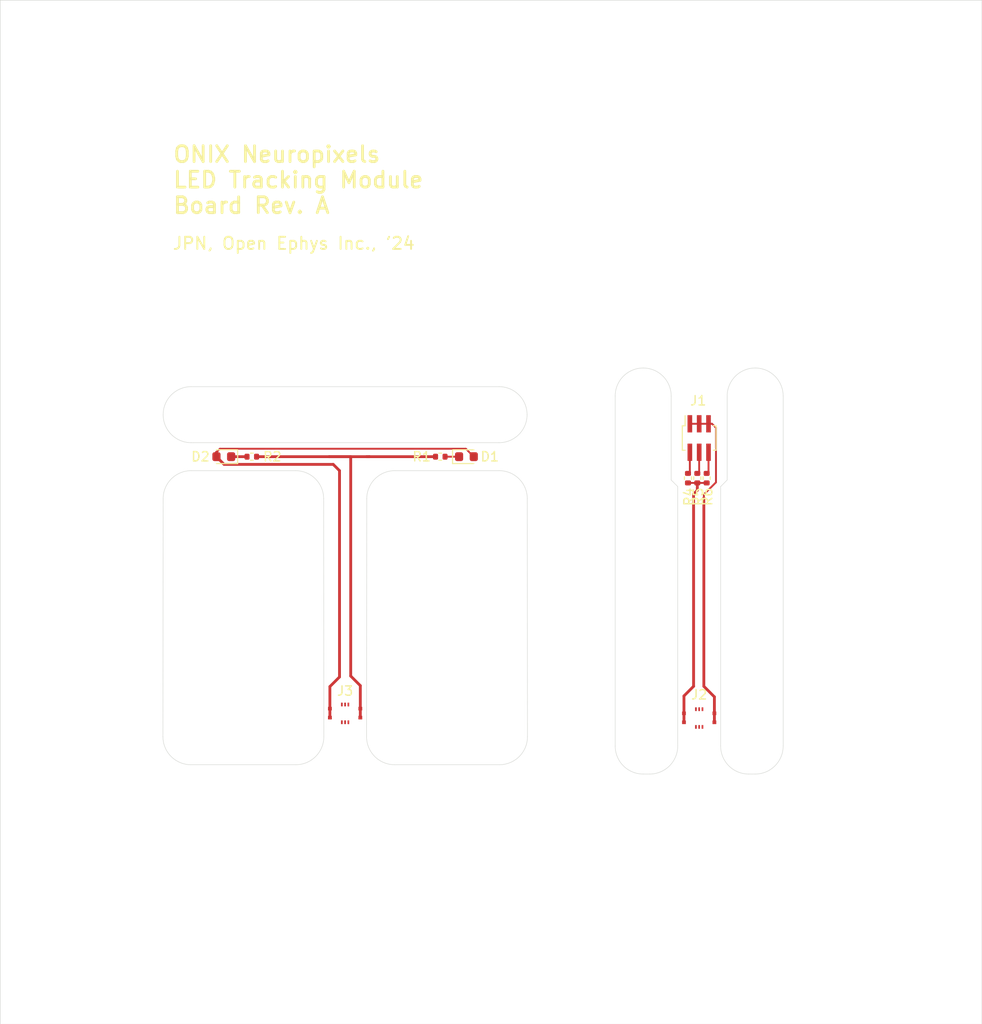
<source format=kicad_pcb>
(kicad_pcb (version 20240108) (generator "pcbnew") (generator_version "8.0")
  (title_block (title "ONIX Neuropixels LED Tracking Module") (rev "A") (company "Open Ephys, Inc") (comment 1 "Jonathan P. Newman"))
  (layers (0 "F.Cu" signal) (31 "B.Cu" signal) (34 "B.Paste" user) (35 "F.Paste" user) (36 "B.SilkS" user "B.Silkscreen") (37 "F.SilkS" user "F.Silkscreen") (38 "B.Mask" user) (39 "F.Mask" user) (44 "Edge.Cuts" user))
  (net 0 "")
  (net 1 "+4V")
  (net 2 "Net-(D1-K)")
  (net 3 "Net-(D2-K)")
  (net 4 "GND")
  (net 5 "/SDA")
  (net 6 "/SCL")
  (net 7 "Net-(J1-Pin_6)")
  (net 8 "Net-(J1-Pin_2)")
  (net 9 "Net-(J1-Pin_4)")
  (footprint "Connector_PinSocket_1.00mm:PinSocket_2x03_P1.00mm_Vertical_SMD" (layer "F.Cu") (at 170.91066 87.65 90)
    (property "Reference" "J1" (at 4 -0.1 0) (layer "F.SilkS"))
    (property "Value" "Conn_02x03_Odd_Even" (hide yes))
    (fp_line (start 1.31 -1.81) (end 1.31 -1.51) (stroke (width 0.12)) (layer "F.SilkS"))
    (fp_line (start -1.31 -1.81) (end 1.31 -1.81) (stroke (width 0.12)) (layer "F.SilkS"))
    (fp_line (start -1.31 -1.81) (end -1.31 -1.51) (stroke (width 0.12)) (layer "F.SilkS"))
    (fp_line (start 1.31 -1.51) (end 2.39 -1.51) (stroke (width 0.12)) (layer "F.SilkS"))
    (fp_line (start 1.31 1.51) (end 1.31 1.81) (stroke (width 0.12)) (layer "F.SilkS"))
    (fp_line (start -1.31 1.51) (end -1.31 1.81) (stroke (width 0.12)) (layer "F.SilkS"))
    (fp_line (start -1.31 1.81) (end 1.31 1.81) (stroke (width 0.12)) (layer "F.SilkS"))
    (pad "1" smd rect (at 1.525 -1 90) (size 1.85 0.5) (layers "F.Cu" "F.Paste" "F.Mask") (net 4 "GND"))
    (pad "2" smd rect (at -1.525 -1 90) (size 1.85 0.5) (layers "F.Cu" "F.Paste" "F.Mask") (net 8 "Net-(J1-Pin_2)"))
    (pad "3" smd rect (at 1.525 0 90) (size 1.85 0.5) (layers "F.Cu" "F.Paste" "F.Mask") (net 4 "GND"))
    (pad "4" smd rect (at -1.525 0 90) (size 1.85 0.5) (layers "F.Cu" "F.Paste" "F.Mask") (net 9 "Net-(J1-Pin_4)"))
    (pad "5" smd rect (at 1.525 1 90) (size 1.85 0.5) (layers "F.Cu" "F.Paste" "F.Mask") (net 4 "GND"))
    (pad "6" smd rect (at -1.525 1 90) (size 1.85 0.5) (layers "F.Cu" "F.Paste" "F.Mask") (net 7 "Net-(J1-Pin_6)"))
  )
  (footprint "Resistor_SMD:R_0402_1005Metric" (layer "F.Cu") (at 169.71066 91.95 -90)
    (property "Reference" "R4" (at 2 -0.1 90) (layer "F.SilkS"))
    (property "Value" "1k" (hide yes))
    (fp_line (start -0.153641 0.38) (end 0.153641 0.38) (stroke (width 0.12)) (layer "F.SilkS"))
    (fp_line (start -0.153641 -0.38) (end 0.153641 -0.38) (stroke (width 0.12)) (layer "F.SilkS"))
    (pad "1" smd roundrect (at -0.51 0 270) (size 0.54 0.64) (layers "F.Cu" "F.Paste" "F.Mask") (net 8 "Net-(J1-Pin_2)"))
    (pad "2" smd roundrect (at 0.51 0 270) (size 0.54 0.64) (layers "F.Cu" "F.Paste" "F.Mask") (net 1 "+4V"))
  )
  (footprint "jonnew:MOLEX_5050660622" (layer "F.Cu") (at 132.96802 117.15)
    (property "Reference" "J3" (at 0 -2.4 0) (layer "F.SilkS"))
    (property "Value" "5050660622" (hide yes))
    (pad "1" smd rect (at -0.35 -0.95) (size 0.18 0.4) (layers "F.Cu" "F.Paste" "F.Mask") (net 6 "/SCL"))
    (pad "2" smd rect (at -0.349999 0.95) (size 0.18 0.4) (layers "F.Cu" "F.Paste" "F.Mask"))
    (pad "3" smd rect (at 0 -0.95) (size 0.18 0.4) (layers "F.Cu" "F.Paste" "F.Mask") (net 5 "/SDA"))
    (pad "4" smd rect (at 0 0.95) (size 0.18 0.4) (layers "F.Cu" "F.Paste" "F.Mask"))
    (pad "5" smd rect (at 0.35 -0.95) (size 0.18 0.4) (layers "F.Cu" "F.Paste" "F.Mask"))
    (pad "6" smd rect (at 0.349999 0.95) (size 0.18 0.4) (layers "F.Cu" "F.Paste" "F.Mask"))
    (pad "MP1" smd rect (at -1.629999 -0.507901) (size 0.4064 0.381) (layers "F.Cu" "F.Paste" "F.Mask") (net 1 "+4V"))
    (pad "MP2" smd rect (at -1.629999 0.457101) (size 0.4064 0.381) (layers "F.Cu" "F.Paste" "F.Mask") (net 1 "+4V"))
    (pad "MP3" smd rect (at 1.629999 -0.507901) (size 0.4064 0.381) (layers "F.Cu" "F.Paste" "F.Mask") (net 4 "GND"))
    (pad "MP4" smd rect (at 1.629999 0.457101) (size 0.4064 0.381) (layers "F.Cu" "F.Paste" "F.Mask") (net 4 "GND"))
  )
  (footprint "LED_SMD:LED_0603_1608Metric" (layer "F.Cu") (at 119.96802 89.65 180)
    (property "Reference" "D2" (at 2.5 0 180) (layer "F.SilkS"))
    (property "Value" "LED" (hide yes))
    (fp_line (start 0.8 -0.735) (end -1.485 -0.735) (stroke (width 0.12)) (layer "F.SilkS"))
    (fp_line (start -1.485 0.735) (end 0.8 0.735) (stroke (width 0.12)) (layer "F.SilkS"))
    (fp_line (start -1.485 -0.735) (end -1.485 0.735) (stroke (width 0.12)) (layer "F.SilkS"))
    (pad "1" smd roundrect (at -0.7875 0 180) (size 0.875 0.95) (layers "F.Cu" "F.Paste" "F.Mask") (net 3 "Net-(D2-K)"))
    (pad "2" smd roundrect (at 0.7875 0 180) (size 0.875 0.95) (layers "F.Cu" "F.Paste" "F.Mask") (net 1 "+4V"))
  )
  (footprint "Resistor_SMD:R_0402_1005Metric" (layer "F.Cu") (at 122.96802 89.65 180)
    (property "Reference" "R2" (at -2.2 0 180) (layer "F.SilkS"))
    (property "Value" "1k" (hide yes))
    (fp_line (start -0.153641 0.38) (end 0.153641 0.38) (stroke (width 0.12)) (layer "F.SilkS"))
    (fp_line (start -0.153641 -0.38) (end 0.153641 -0.38) (stroke (width 0.12)) (layer "F.SilkS"))
    (pad "1" smd roundrect (at -0.51 0 180) (size 0.54 0.64) (layers "F.Cu" "F.Paste" "F.Mask") (net 4 "GND"))
    (pad "2" smd roundrect (at 0.51 0 180) (size 0.54 0.64) (layers "F.Cu" "F.Paste" "F.Mask") (net 3 "Net-(D2-K)"))
  )
  (footprint "Resistor_SMD:R_0402_1005Metric" (layer "F.Cu") (at 143.16802 89.65)
    (property "Reference" "R1" (at -2 0 0) (layer "F.SilkS"))
    (property "Value" "1k" (hide yes))
    (fp_line (start -0.153641 -0.38) (end 0.153641 -0.38) (stroke (width 0.12)) (layer "F.SilkS"))
    (fp_line (start -0.153641 0.38) (end 0.153641 0.38) (stroke (width 0.12)) (layer "F.SilkS"))
    (pad "1" smd roundrect (at -0.51 0) (size 0.54 0.64) (layers "F.Cu" "F.Paste" "F.Mask") (net 4 "GND"))
    (pad "2" smd roundrect (at 0.51 0) (size 0.54 0.64) (layers "F.Cu" "F.Paste" "F.Mask") (net 2 "Net-(D1-K)"))
  )
  (footprint "jonnew:MOLEX_5050660622" (layer "F.Cu") (at 170.91066 117.65)
    (property "Reference" "J2" (at 0 -2.5 0) (layer "F.SilkS"))
    (property "Value" "5050660622" (hide yes))
    (pad "1" smd rect (at -0.35 -0.95) (size 0.18 0.4) (layers "F.Cu" "F.Paste" "F.Mask") (net 6 "/SCL"))
    (pad "2" smd rect (at -0.349999 0.95) (size 0.18 0.4) (layers "F.Cu" "F.Paste" "F.Mask"))
    (pad "3" smd rect (at 0 -0.95) (size 0.18 0.4) (layers "F.Cu" "F.Paste" "F.Mask") (net 5 "/SDA"))
    (pad "4" smd rect (at 0 0.95) (size 0.18 0.4) (layers "F.Cu" "F.Paste" "F.Mask"))
    (pad "5" smd rect (at 0.35 -0.95) (size 0.18 0.4) (layers "F.Cu" "F.Paste" "F.Mask"))
    (pad "6" smd rect (at 0.349999 0.95) (size 0.18 0.4) (layers "F.Cu" "F.Paste" "F.Mask"))
    (pad "MP1" smd rect (at -1.629999 -0.507901) (size 0.4064 0.381) (layers "F.Cu" "F.Paste" "F.Mask") (net 1 "+4V"))
    (pad "MP2" smd rect (at -1.629999 0.457101) (size 0.4064 0.381) (layers "F.Cu" "F.Paste" "F.Mask") (net 1 "+4V"))
    (pad "MP3" smd rect (at 1.629999 -0.507901) (size 0.4064 0.381) (layers "F.Cu" "F.Paste" "F.Mask") (net 4 "GND"))
    (pad "MP4" smd rect (at 1.629999 0.457101) (size 0.4064 0.381) (layers "F.Cu" "F.Paste" "F.Mask") (net 4 "GND"))
  )
  (footprint "Resistor_SMD:R_0402_1005Metric" (layer "F.Cu") (at 170.71066 91.95 -90)
    (property "Reference" "R5" (at 2 -0.1 90) (layer "F.SilkS"))
    (property "Value" "1k" (hide yes))
    (fp_line (start -0.153641 0.38) (end 0.153641 0.38) (stroke (width 0.12)) (layer "F.SilkS"))
    (fp_line (start -0.153641 -0.38) (end 0.153641 -0.38) (stroke (width 0.12)) (layer "F.SilkS"))
    (pad "1" smd roundrect (at -0.51 0 270) (size 0.54 0.64) (layers "F.Cu" "F.Paste" "F.Mask") (net 9 "Net-(J1-Pin_4)"))
    (pad "2" smd roundrect (at 0.51 0 270) (size 0.54 0.64) (layers "F.Cu" "F.Paste" "F.Mask") (net 1 "+4V"))
  )
  (footprint "Resistor_SMD:R_0402_1005Metric" (layer "F.Cu") (at 171.71066 91.95 -90)
    (property "Reference" "R6" (at 2 -0.1 90) (layer "F.SilkS"))
    (property "Value" "1k" (hide yes))
    (fp_line (start -0.153641 0.38) (end 0.153641 0.38) (stroke (width 0.12)) (layer "F.SilkS"))
    (fp_line (start -0.153641 -0.38) (end 0.153641 -0.38) (stroke (width 0.12)) (layer "F.SilkS"))
    (pad "1" smd roundrect (at -0.51 0 270) (size 0.54 0.64) (layers "F.Cu" "F.Paste" "F.Mask") (net 7 "Net-(J1-Pin_6)"))
    (pad "2" smd roundrect (at 0.51 0 270) (size 0.54 0.64) (layers "F.Cu" "F.Paste" "F.Mask") (net 1 "+4V"))
  )
  (footprint "LED_SMD:LED_0603_1608Metric" (layer "F.Cu") (at 145.96802 89.65)
    (property "Reference" "D1" (at 2.5 0 0) (layer "F.SilkS"))
    (property "Value" "LED" (hide yes))
    (fp_line (start -1.485 -0.735) (end -1.485 0.735) (stroke (width 0.12)) (layer "F.SilkS"))
    (fp_line (start -1.485 0.735) (end 0.8 0.735) (stroke (width 0.12)) (layer "F.SilkS"))
    (fp_line (start 0.8 -0.735) (end -1.485 -0.735) (stroke (width 0.12)) (layer "F.SilkS"))
    (pad "1" smd roundrect (at -0.7875 0) (size 0.875 0.95) (layers "F.Cu" "F.Paste" "F.Mask") (net 2 "Net-(D1-K)"))
    (pad "2" smd roundrect (at 0.7875 0) (size 0.875 0.95) (layers "F.Cu" "F.Paste" "F.Mask") (net 1 "+4V"))
  )
  (gr_arc (start 161.91066 83.15) (mid 162.78934 81.02868) (end 164.91066 80.15) (stroke (width 0.05)) (layer "Edge.Cuts"))
  (gr_line (start 173.21066 92.85) (end 173.21066 120.65) (stroke (width 0.05)) (layer "Edge.Cuts"))
  (gr_arc (start 113.46802 85.15) (mid 114.3467 83.02868) (end 116.46802 82.15) (stroke (width 0.05)) (layer "Edge.Cuts"))
  (gr_arc (start 116.46802 88.15) (mid 114.3467 87.27132) (end 113.46802 85.15) (stroke (width 0.05)) (layer "Edge.Cuts"))
  (gr_line (start 116.46802 82.15) (end 149.46802 82.15) (stroke (width 0.05)) (layer "Edge.Cuts"))
  (gr_line (start 176.21066 123.65) (end 176.91066 123.65) (stroke (width 0.05)) (layer "Edge.Cuts"))
  (gr_arc (start 138.26802 122.65) (mid 136.1467 121.77132) (end 135.26802 119.65) (stroke (width 0.05)) (layer "Edge.Cuts"))
  (gr_line (start 116.4467 122.65) (end 127.68934 122.65) (stroke (width 0.05)) (layer "Edge.Cuts"))
  (gr_arc (start 130.68934 119.65) (mid 129.81066 121.77132) (end 127.68934 122.65) (stroke (width 0.05)) (layer "Edge.Cuts"))
  (gr_line (start 168.61066 92.85) (end 167.91066 92.15) (stroke (width 0.05)) (layer "Edge.Cuts"))
  (gr_arc (start 179.91066 120.65) (mid 179.03198 122.77132) (end 176.91066 123.65) (stroke (width 0.05)) (layer "Edge.Cuts"))
  (gr_line (start 130.68934 119.65) (end 130.66802 94.15) (stroke (width 0.05)) (layer "Edge.Cuts"))
  (gr_arc (start 164.91066 80.15) (mid 167.03198 81.02868) (end 167.91066 83.15) (stroke (width 0.05)) (layer "Edge.Cuts"))
  (gr_line (start 173.91066 92.15) (end 173.21066 92.85) (stroke (width 0.05)) (layer "Edge.Cuts"))
  (gr_arc (start 135.28934 94.15) (mid 136.16802 92.02868) (end 138.28934 91.15) (stroke (width 0.05)) (layer "Edge.Cuts"))
  (gr_arc (start 168.61066 120.65) (mid 167.73198 122.77132) (end 165.61066 123.65) (stroke (width 0.05)) (layer "Edge.Cuts"))
  (gr_line (start 179.91066 83.15) (end 179.91066 120.65) (stroke (width 0.05)) (layer "Edge.Cuts"))
  (gr_line (start 135.28934 94.15) (end 135.26802 119.65) (stroke (width 0.05)) (layer "Edge.Cuts"))
  (gr_line (start 127.66802 91.15) (end 116.46802 91.15) (stroke (width 0.05)) (layer "Edge.Cuts"))
  (gr_arc (start 113.46802 94.15) (mid 114.3467 92.02868) (end 116.46802 91.15) (stroke (width 0.05)) (layer "Edge.Cuts"))
  (gr_line (start 152.51066 119.65) (end 152.48934 94.15) (stroke (width 0.05)) (layer "Edge.Cuts"))
  (gr_line (start 116.46802 88.15) (end 149.46802 88.15) (stroke (width 0.05)) (layer "Edge.Cuts"))
  (gr_arc (start 149.48934 91.15) (mid 151.61066 92.02868) (end 152.48934 94.15) (stroke (width 0.05)) (layer "Edge.Cuts"))
  (gr_line (start 113.46802 94.15) (end 113.4467 119.65) (stroke (width 0.05)) (layer "Edge.Cuts"))
  (gr_line (start 168.61066 120.65) (end 168.61066 92.85) (stroke (width 0.05)) (layer "Edge.Cuts"))
  (gr_arc (start 152.46802 85.15) (mid 151.58934 87.27132) (end 149.46802 88.15) (stroke (width 0.05)) (layer "Edge.Cuts"))
  (gr_line (start 149.48934 91.15) (end 138.28934 91.15) (stroke (width 0.05)) (layer "Edge.Cuts"))
  (gr_arc (start 116.4467 122.65) (mid 114.32538 121.77132) (end 113.4467 119.65) (stroke (width 0.05)) (layer "Edge.Cuts"))
  (gr_arc (start 127.66802 91.15) (mid 129.78934 92.02868) (end 130.66802 94.15) (stroke (width 0.05)) (layer "Edge.Cuts"))
  (gr_line (start 167.91066 92.15) (end 167.91066 83.15) (stroke (width 0.05)) (layer "Edge.Cuts"))
  (gr_line (start 164.91066 123.65) (end 165.61066 123.65) (stroke (width 0.05)) (layer "Edge.Cuts"))
  (gr_arc (start 173.91066 83.15) (mid 174.78934 81.02868) (end 176.91066 80.15) (stroke (width 0.05)) (layer "Edge.Cuts"))
  (gr_arc (start 176.21066 123.65) (mid 174.08934 122.77132) (end 173.21066 120.65) (stroke (width 0.05)) (layer "Edge.Cuts"))
  (gr_arc (start 164.91066 123.65) (mid 162.78934 122.77132) (end 161.91066 120.65) (stroke (width 0.05)) (layer "Edge.Cuts"))
  (gr_rect (start 96.01066 40.75) (end 201.21066 150.45) (stroke (width 0.05)) (fill none) (layer "Edge.Cuts"))
  (gr_line (start 161.91066 120.65) (end 161.91066 83.15) (stroke (width 0.05)) (layer "Edge.Cuts"))
  (gr_line (start 173.91066 83.15) (end 173.91066 92.15) (stroke (width 0.05)) (layer "Edge.Cuts"))
  (gr_arc (start 152.51066 119.65) (mid 151.63198 121.77132) (end 149.51066 122.65) (stroke (width 0.05)) (layer "Edge.Cuts"))
  (gr_line (start 138.26802 122.65) (end 149.51066 122.65) (stroke (width 0.05)) (layer "Edge.Cuts"))
  (gr_arc (start 176.91066 80.15) (mid 179.03198 81.02868) (end 179.91066 83.15) (stroke (width 0.05)) (layer "Edge.Cuts"))
  (gr_arc (start 149.46802 82.15) (mid 151.58934 83.02868) (end 152.46802 85.15) (stroke (width 0.05)) (layer "Edge.Cuts"))
  (gr_text "ONIX Neuropixels\nLED Tracking Module\nBoard Rev. A" (at 114.4 60 0) (layer "F.SilkS") (effects (font (size 1.7 1.7) (thickness 0.3) (bold yes)) (justify left)))
  (gr_text "JPN, Open Ephys Inc., '24" (at 114.4 66.8 0) (layer "F.SilkS") (effects (font (size 1.3 1.3) (thickness 0.2)) (justify left)))
  (segment (start 132.36802 91.15) (end 132.36802 113.25) (width 0.3) (layer "F.Cu") (net 1))
  (segment (start 132.36802 113.25) (end 131.338021 114.279999) (width 0.3) (layer "F.Cu") (net 1))
  (segment (start 170.71066 92.46) (end 170.71066 93.25) (width 0.3) (layer "F.Cu") (net 1))
  (segment (start 119.18052 89.65625) (end 119.99927 90.475) (width 0.3) (layer "F.Cu") (net 1))
  (segment (start 169.280661 117.142099) (end 169.280661 115.279999) (width 0.3) (layer "F.Cu") (net 1))
  (segment (start 131.338021 117.607101) (end 131.338021 116.642099) (width 0.3) (layer "F.Cu") (net 1))
  (segment (start 170.71066 93.25) (end 170.31066 93.65) (width 0.3) (layer "F.Cu") (net 1))
  (segment (start 169.280661 115.279999) (end 170.31066 114.25) (width 0.3) (layer "F.Cu") (net 1))
  (segment (start 145.90552 88.8) (end 146.75552 89.65) (width 0.2) (layer "F.Cu") (net 1))
  (segment (start 171.91066 92.46) (end 169.91066 92.46) (width 0.2) (layer "F.Cu") (net 1))
  (segment (start 170.31066 114.25) (end 170.31066 93.65) (width 0.3) (layer "F.Cu") (net 1))
  (segment (start 169.280661 118.107101) (end 169.280661 117.142099) (width 0.3) (layer "F.Cu") (net 1))
  (segment (start 131.338021 114.279999) (end 131.338021 116.642099) (width 0.3) (layer "F.Cu") (net 1))
  (segment (start 119.555521 88.8) (end 145.90552 88.8) (width 0.2) (layer "F.Cu") (net 1))
  (segment (start 119.18052 89.65) (end 119.18052 89.175001) (width 0.3) (layer "F.Cu") (net 1))
  (segment (start 131.69302 90.475) (end 132.36802 91.15) (width 0.3) (layer "F.Cu") (net 1))
  (segment (start 119.18052 89.65) (end 119.18052 89.65625) (width 0.3) (layer "F.Cu") (net 1))
  (segment (start 119.18052 89.175001) (end 119.555521 88.8) (width 0.2) (layer "F.Cu") (net 1))
  (segment (start 119.99927 90.475) (end 131.69302 90.475) (width 0.3) (layer "F.Cu") (net 1))
  (segment (start 145.18052 89.65) (end 143.67802 89.65) (width 0.2) (layer "F.Cu") (net 2))
  (segment (start 145.18052 89.65) (end 144.98052 89.85) (width 0.2) (layer "F.Cu") (net 2))
  (segment (start 120.75552 89.65) (end 122.45802 89.65) (width 0.3) (layer "F.Cu") (net 3))
  (segment (start 171.41066 94.05) (end 171.41066 93.698924) (width 0.2) (layer "F.Cu") (net 4))
  (segment (start 171.41066 93.698924) (end 172.71066 92.398924) (width 0.2) (layer "F.Cu") (net 4))
  (segment (start 172.28566 86.125) (end 171.91066 86.125) (width 0.2) (layer "F.Cu") (net 4))
  (segment (start 123.77802 89.65) (end 131.26802 89.65) (width 0.3) (layer "F.Cu") (net 4))
  (segment (start 135.56802 89.65) (end 131.26802 89.65) (width 0.3) (layer "F.Cu") (net 4))
  (segment (start 134.598019 114.179999) (end 134.598019 116.642099) (width 0.3) (layer "F.Cu") (net 4))
  (segment (start 135.26802 89.65) (end 135.56802 89.65) (width 0.3) (layer "F.Cu") (net 4))
  (segment (start 131.26802 89.65) (end 133.56802 89.65) (width 0.3) (layer "F.Cu") (net 4))
  (segment (start 171.41066 94.05) (end 171.41066 114.25) (width 0.3) (layer "F.Cu") (net 4))
  (segment (start 134.598019 117.607101) (end 134.598019 116.642099) (width 0.3) (layer "F.Cu") (net 4))
  (segment (start 172.540659 115.379999) (end 172.540659 118.107101) (width 0.3) (layer "F.Cu") (net 4))
  (segment (start 135.56802 89.65) (end 142.65802 89.65) (width 0.3) (layer "F.Cu") (net 4))
  (segment (start 169.91066 86.125) (end 171.91066 86.125) (width 0.2) (layer "F.Cu") (net 4))
  (segment (start 133.56802 89.65) (end 133.56802 113.15) (width 0.3) (layer "F.Cu") (net 4))
  (segment (start 172.71066 86.55) (end 172.28566 86.125) (width 0.2) (layer "F.Cu") (net 4))
  (segment (start 133.56802 113.15) (end 134.598019 114.179999) (width 0.3) (layer "F.Cu") (net 4))
  (segment (start 172.71066 92.398924) (end 172.71066 86.55) (width 0.2) (layer "F.Cu") (net 4))
  (segment (start 171.41066 114.25) (end 172.540659 115.379999) (width 0.3) (layer "F.Cu") (net 4))
  (segment (start 171.91066 91.44) (end 171.91066 89.175) (width 0.2) (layer "F.Cu") (net 7))
  (segment (start 169.91066 91.44) (end 169.91066 89.175) (width 0.2) (layer "F.Cu") (net 8))
  (segment (start 170.91066 89.175) (end 170.91066 91.44) (width 0.2) (layer "F.Cu") (net 9))
)
</source>
